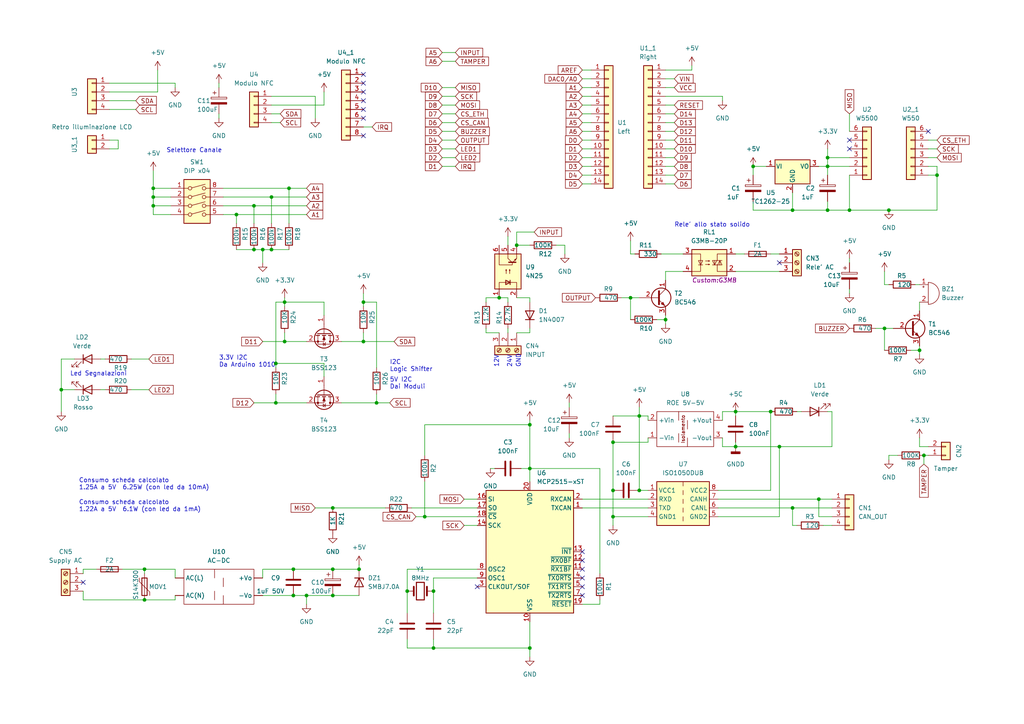
<source format=kicad_sch>
(kicad_sch (version 20230121) (generator eeschema)
  (paper "A4")
  (junction (at 109.22 116.84))
  (junction (at 78.74 57.15))
  (junction (at 177.8 149.86))
  (junction (at 96.52 165.1))
  (junction (at 125.73 171.45))
  (junction (at 144.78 86.36))
  (junction (at 153.67 187.96))
  (junction (at 68.58 62.23))
  (junction (at 246.38 60.96))
  (junction (at 177.8 128.27))
  (junction (at 223.52 119.38))
  (junction (at 240.03 48.26))
  (junction (at 104.14 165.1))
  (junction (at 78.74 72.39))
  (junction (at 80.01 105.41))
  (junction (at 229.87 60.96))
  (junction (at 240.03 60.96))
  (junction (at 193.04 92.71))
  (junction (at 96.52 172.72))
  (junction (at 237.49 144.78))
  (junction (at 44.45 54.61))
  (junction (at 153.67 135.89))
  (junction (at 125.73 187.96))
  (junction (at 85.09 165.1))
  (junction (at 41.91 173.99))
  (junction (at 229.87 147.32))
  (junction (at 17.78 113.03))
  (junction (at 240.03 45.72))
  (junction (at 185.42 142.24))
  (junction (at 123.19 149.86))
  (junction (at 73.66 72.39))
  (junction (at 82.55 87.63))
  (junction (at 96.52 147.32))
  (junction (at 88.9 172.72))
  (junction (at 80.01 116.84))
  (junction (at 73.66 59.69))
  (junction (at 44.45 59.69))
  (junction (at 105.41 87.63))
  (junction (at 182.88 86.36))
  (junction (at 41.91 165.1))
  (junction (at 271.78 50.8))
  (junction (at 44.45 57.15))
  (junction (at 213.36 129.54))
  (junction (at 185.42 120.65))
  (junction (at 118.11 171.45))
  (junction (at 218.44 48.26))
  (junction (at 177.8 142.24))
  (junction (at 76.2 72.39))
  (junction (at 226.06 129.54))
  (junction (at 149.86 71.12))
  (junction (at 85.09 172.72))
  (junction (at 82.55 99.06))
  (junction (at 256.54 95.25))
  (junction (at 213.36 119.38))
  (junction (at 257.81 60.96))
  (junction (at 266.7 101.6))
  (junction (at 267.97 132.08))
  (junction (at 153.67 123.19))
  (junction (at 83.82 54.61))
  (junction (at 105.41 99.06))
  (no_connect (at 269.24 38.1))
  (no_connect (at 226.06 76.2))
  (no_connect (at 138.43 170.18))
  (no_connect (at 24.13 168.91))
  (no_connect (at 105.41 21.59))
  (no_connect (at 105.41 26.67))
  (no_connect (at 105.41 24.13))
  (no_connect (at 105.41 29.21))
  (no_connect (at 105.41 31.75))
  (no_connect (at 105.41 39.37))
  (no_connect (at 105.41 34.29))
  (no_connect (at 168.91 172.72))
  (no_connect (at 168.91 165.1))
  (no_connect (at 168.91 162.56))
  (no_connect (at 168.91 160.02))
  (no_connect (at 168.91 170.18))
  (no_connect (at 168.91 167.64))
  (no_connect (at 246.38 43.18))
  (no_connect (at 246.38 40.64))
  (wire (pts (xy 240.03 58.42) (xy 240.03 60.96)))
  (wire (pts (xy 229.87 60.96) (xy 218.44 60.96)))
  (wire (pts (xy 193.04 30.48) (xy 195.58 30.48)))
  (wire (pts (xy 209.55 121.92) (xy 209.55 119.38)))
  (wire (pts (xy 128.27 30.48) (xy 132.08 30.48)))
  (wire (pts (xy 149.86 71.12) (xy 153.67 71.12)))
  (wire (pts (xy 73.66 72.39) (xy 76.2 72.39)))
  (wire (pts (xy 118.11 187.96) (xy 125.73 187.96)))
  (wire (pts (xy 76.2 165.1) (xy 76.2 167.64)))
  (wire (pts (xy 85.09 165.1) (xy 96.52 165.1)))
  (wire (pts (xy 193.04 35.56) (xy 195.58 35.56)))
  (wire (pts (xy 180.34 86.36) (xy 182.88 86.36)))
  (wire (pts (xy 267.97 132.08) (xy 267.97 134.62)))
  (wire (pts (xy 78.74 33.02) (xy 81.28 33.02)))
  (wire (pts (xy 229.87 60.96) (xy 229.87 55.88)))
  (wire (pts (xy 96.52 172.72) (xy 104.14 172.72)))
  (wire (pts (xy 128.27 35.56) (xy 132.08 35.56)))
  (wire (pts (xy 123.19 139.7) (xy 123.19 149.86)))
  (wire (pts (xy 266.7 129.54) (xy 269.24 129.54)))
  (wire (pts (xy 144.78 86.36) (xy 147.32 86.36)))
  (wire (pts (xy 34.29 43.18) (xy 31.75 43.18)))
  (wire (pts (xy 125.73 171.45) (xy 125.73 177.8)))
  (wire (pts (xy 218.44 50.8) (xy 218.44 48.26)))
  (wire (pts (xy 271.78 50.8) (xy 271.78 48.26)))
  (wire (pts (xy 266.7 127) (xy 266.7 129.54)))
  (wire (pts (xy 30.48 113.03) (xy 29.21 113.03)))
  (wire (pts (xy 99.06 116.84) (xy 109.22 116.84)))
  (wire (pts (xy 193.04 48.26) (xy 195.58 48.26)))
  (wire (pts (xy 240.03 43.18) (xy 240.03 45.72)))
  (wire (pts (xy 246.38 60.96) (xy 240.03 60.96)))
  (wire (pts (xy 187.96 128.27) (xy 187.96 127)))
  (wire (pts (xy 193.04 22.86) (xy 195.58 22.86)))
  (wire (pts (xy 128.27 25.4) (xy 132.08 25.4)))
  (wire (pts (xy 109.22 114.3) (xy 109.22 116.84)))
  (wire (pts (xy 125.73 187.96) (xy 153.67 187.96)))
  (wire (pts (xy 50.8 165.1) (xy 50.8 167.64)))
  (wire (pts (xy 128.27 40.64) (xy 132.08 40.64)))
  (wire (pts (xy 64.77 59.69) (xy 73.66 59.69)))
  (wire (pts (xy 256.54 95.25) (xy 256.54 101.6)))
  (wire (pts (xy 140.97 87.63) (xy 140.97 86.36)))
  (wire (pts (xy 119.38 147.32) (xy 138.43 147.32)))
  (wire (pts (xy 256.54 95.25) (xy 259.08 95.25)))
  (wire (pts (xy 151.13 135.89) (xy 153.67 135.89)))
  (wire (pts (xy 218.44 48.26) (xy 222.25 48.26)))
  (wire (pts (xy 193.04 25.4) (xy 195.58 25.4)))
  (wire (pts (xy 76.2 72.39) (xy 78.74 72.39)))
  (wire (pts (xy 82.55 99.06) (xy 88.9 99.06)))
  (wire (pts (xy 153.67 187.96) (xy 153.67 190.5)))
  (wire (pts (xy 168.91 30.48) (xy 171.45 30.48)))
  (wire (pts (xy 208.28 142.24) (xy 223.52 142.24)))
  (wire (pts (xy 161.29 71.12) (xy 163.83 71.12)))
  (wire (pts (xy 44.45 57.15) (xy 49.53 57.15)))
  (wire (pts (xy 73.66 59.69) (xy 88.9 59.69)))
  (wire (pts (xy 91.44 147.32) (xy 96.52 147.32)))
  (wire (pts (xy 78.74 30.48) (xy 93.98 30.48)))
  (wire (pts (xy 78.74 27.94) (xy 91.44 27.94)))
  (wire (pts (xy 153.67 123.19) (xy 123.19 123.19)))
  (wire (pts (xy 168.91 45.72) (xy 171.45 45.72)))
  (wire (pts (xy 257.81 60.96) (xy 271.78 60.96)))
  (wire (pts (xy 83.82 54.61) (xy 88.9 54.61)))
  (wire (pts (xy 241.3 129.54) (xy 241.3 119.38)))
  (wire (pts (xy 31.75 24.13) (xy 50.8 24.13)))
  (wire (pts (xy 64.77 62.23) (xy 68.58 62.23)))
  (wire (pts (xy 271.78 48.26) (xy 269.24 48.26)))
  (wire (pts (xy 193.04 91.44) (xy 193.04 92.71)))
  (wire (pts (xy 128.27 43.18) (xy 132.08 43.18)))
  (wire (pts (xy 41.91 165.1) (xy 50.8 165.1)))
  (wire (pts (xy 193.04 92.71) (xy 193.04 93.98)))
  (wire (pts (xy 173.99 135.89) (xy 173.99 166.37)))
  (wire (pts (xy 88.9 172.72) (xy 88.9 175.26)))
  (wire (pts (xy 17.78 113.03) (xy 17.78 119.38)))
  (wire (pts (xy 226.06 129.54) (xy 241.3 129.54)))
  (wire (pts (xy 68.58 62.23) (xy 88.9 62.23)))
  (wire (pts (xy 168.91 43.18) (xy 171.45 43.18)))
  (wire (pts (xy 27.94 165.1) (xy 24.13 165.1)))
  (wire (pts (xy 123.19 123.19) (xy 123.19 132.08)))
  (wire (pts (xy 264.16 101.6) (xy 266.7 101.6)))
  (wire (pts (xy 237.49 144.78) (xy 241.3 144.78)))
  (wire (pts (xy 38.1 104.14) (xy 43.18 104.14)))
  (wire (pts (xy 31.75 40.64) (xy 34.29 40.64)))
  (wire (pts (xy 118.11 185.42) (xy 118.11 187.96)))
  (wire (pts (xy 31.75 31.75) (xy 39.37 31.75)))
  (wire (pts (xy 246.38 33.02) (xy 246.38 38.1)))
  (wire (pts (xy 73.66 116.84) (xy 80.01 116.84)))
  (wire (pts (xy 80.01 116.84) (xy 88.9 116.84)))
  (wire (pts (xy 168.91 48.26) (xy 171.45 48.26)))
  (wire (pts (xy 35.56 165.1) (xy 41.91 165.1)))
  (wire (pts (xy 44.45 59.69) (xy 49.53 59.69)))
  (wire (pts (xy 93.98 109.22) (xy 93.98 105.41)))
  (wire (pts (xy 44.45 54.61) (xy 49.53 54.61)))
  (wire (pts (xy 105.41 99.06) (xy 114.3 99.06)))
  (wire (pts (xy 168.91 144.78) (xy 187.96 144.78)))
  (wire (pts (xy 45.72 26.67) (xy 45.72 20.32)))
  (wire (pts (xy 41.91 165.1) (xy 41.91 166.37)))
  (wire (pts (xy 193.04 43.18) (xy 195.58 43.18)))
  (wire (pts (xy 149.86 96.52) (xy 153.67 96.52)))
  (wire (pts (xy 149.86 86.36) (xy 153.67 86.36)))
  (wire (pts (xy 240.03 48.26) (xy 240.03 50.8)))
  (wire (pts (xy 168.91 27.94) (xy 171.45 27.94)))
  (wire (pts (xy 76.2 172.72) (xy 85.09 172.72)))
  (wire (pts (xy 138.43 167.64) (xy 125.73 167.64)))
  (wire (pts (xy 237.49 149.86) (xy 237.49 144.78)))
  (wire (pts (xy 193.04 20.32) (xy 200.66 20.32)))
  (wire (pts (xy 44.45 62.23) (xy 44.45 59.69)))
  (wire (pts (xy 99.06 99.06) (xy 105.41 99.06)))
  (wire (pts (xy 267.97 132.08) (xy 269.24 132.08)))
  (wire (pts (xy 168.91 40.64) (xy 171.45 40.64)))
  (wire (pts (xy 185.42 120.65) (xy 187.96 120.65)))
  (wire (pts (xy 193.04 27.94) (xy 209.55 27.94)))
  (wire (pts (xy 165.1 118.11) (xy 165.1 116.84)))
  (wire (pts (xy 128.27 17.78) (xy 132.08 17.78)))
  (wire (pts (xy 271.78 60.96) (xy 271.78 50.8)))
  (wire (pts (xy 50.8 173.99) (xy 50.8 172.72)))
  (wire (pts (xy 226.06 149.86) (xy 226.06 129.54)))
  (wire (pts (xy 269.24 43.18) (xy 271.78 43.18)))
  (wire (pts (xy 165.1 125.73) (xy 165.1 127)))
  (wire (pts (xy 44.45 49.53) (xy 44.45 54.61)))
  (wire (pts (xy 68.58 72.39) (xy 73.66 72.39)))
  (wire (pts (xy 153.67 123.19) (xy 153.67 135.89)))
  (wire (pts (xy 198.12 78.74) (xy 193.04 78.74)))
  (wire (pts (xy 78.74 57.15) (xy 78.74 64.77)))
  (wire (pts (xy 140.97 86.36) (xy 144.78 86.36)))
  (wire (pts (xy 80.01 114.3) (xy 80.01 116.84)))
  (wire (pts (xy 193.04 33.02) (xy 195.58 33.02)))
  (wire (pts (xy 24.13 173.99) (xy 41.91 173.99)))
  (wire (pts (xy 182.88 86.36) (xy 182.88 92.71)))
  (wire (pts (xy 200.66 20.32) (xy 200.66 19.05)))
  (wire (pts (xy 96.52 172.72) (xy 88.9 172.72)))
  (wire (pts (xy 246.38 50.8) (xy 246.38 60.96)))
  (wire (pts (xy 193.04 45.72) (xy 195.58 45.72)))
  (wire (pts (xy 34.29 40.64) (xy 34.29 43.18)))
  (wire (pts (xy 187.96 149.86) (xy 177.8 149.86)))
  (wire (pts (xy 38.1 113.03) (xy 43.18 113.03)))
  (wire (pts (xy 208.28 149.86) (xy 226.06 149.86)))
  (wire (pts (xy 209.55 129.54) (xy 213.36 129.54)))
  (wire (pts (xy 185.42 142.24) (xy 187.96 142.24)))
  (wire (pts (xy 177.8 120.65) (xy 185.42 120.65)))
  (wire (pts (xy 266.7 101.6) (xy 266.7 102.87)))
  (wire (pts (xy 238.76 152.4) (xy 241.3 152.4)))
  (wire (pts (xy 193.04 38.1) (xy 195.58 38.1)))
  (wire (pts (xy 149.86 67.31) (xy 149.86 71.12)))
  (wire (pts (xy 128.27 27.94) (xy 132.08 27.94)))
  (wire (pts (xy 266.7 100.33) (xy 266.7 101.6)))
  (wire (pts (xy 246.38 76.2) (xy 246.38 74.93)))
  (wire (pts (xy 269.24 45.72) (xy 271.78 45.72)))
  (wire (pts (xy 240.03 60.96) (xy 229.87 60.96)))
  (wire (pts (xy 128.27 48.26) (xy 132.08 48.26)))
  (wire (pts (xy 185.42 120.65) (xy 185.42 142.24)))
  (wire (pts (xy 266.7 87.63) (xy 266.7 90.17)))
  (wire (pts (xy 82.55 86.36) (xy 82.55 87.63)))
  (wire (pts (xy 265.43 82.55) (xy 266.7 82.55)))
  (wire (pts (xy 168.91 22.86) (xy 171.45 22.86)))
  (wire (pts (xy 269.24 50.8) (xy 271.78 50.8)))
  (wire (pts (xy 185.42 118.11) (xy 185.42 120.65)))
  (wire (pts (xy 82.55 87.63) (xy 80.01 87.63)))
  (wire (pts (xy 153.67 86.36) (xy 153.67 87.63)))
  (wire (pts (xy 96.52 165.1) (xy 104.14 165.1)))
  (wire (pts (xy 209.55 127) (xy 209.55 129.54)))
  (wire (pts (xy 246.38 60.96) (xy 257.81 60.96)))
  (wire (pts (xy 177.8 128.27) (xy 187.96 128.27)))
  (wire (pts (xy 153.67 96.52) (xy 153.67 95.25)))
  (wire (pts (xy 213.36 119.38) (xy 213.36 120.65)))
  (wire (pts (xy 21.59 104.14) (xy 17.78 104.14)))
  (wire (pts (xy 120.65 149.86) (xy 123.19 149.86)))
  (wire (pts (xy 41.91 173.99) (xy 50.8 173.99)))
  (wire (pts (xy 83.82 54.61) (xy 83.82 64.77)))
  (wire (pts (xy 256.54 82.55) (xy 256.54 78.74)))
  (wire (pts (xy 147.32 68.58) (xy 147.32 71.12)))
  (wire (pts (xy 240.03 48.26) (xy 246.38 48.26)))
  (wire (pts (xy 105.41 85.09) (xy 105.41 87.63)))
  (wire (pts (xy 123.19 149.86) (xy 138.43 149.86)))
  (wire (pts (xy 44.45 59.69) (xy 44.45 57.15)))
  (wire (pts (xy 173.99 175.26) (xy 173.99 173.99)))
  (wire (pts (xy 109.22 116.84) (xy 113.03 116.84)))
  (wire (pts (xy 246.38 45.72) (xy 240.03 45.72)))
  (wire (pts (xy 182.88 73.66) (xy 182.88 69.85)))
  (wire (pts (xy 73.66 59.69) (xy 73.66 64.77)))
  (wire (pts (xy 118.11 171.45) (xy 118.11 177.8)))
  (wire (pts (xy 153.67 180.34) (xy 153.67 187.96)))
  (wire (pts (xy 105.41 87.63) (xy 109.22 87.63)))
  (wire (pts (xy 76.2 72.39) (xy 76.2 76.2)))
  (wire (pts (xy 237.49 48.26) (xy 240.03 48.26)))
  (wire (pts (xy 93.98 91.44) (xy 93.98 87.63)))
  (wire (pts (xy 187.96 120.65) (xy 187.96 121.92)))
  (wire (pts (xy 168.91 53.34) (xy 171.45 53.34)))
  (wire (pts (xy 191.77 73.66) (xy 198.12 73.66)))
  (wire (pts (xy 82.55 87.63) (xy 82.55 88.9)))
  (wire (pts (xy 125.73 167.64) (xy 125.73 171.45)))
  (wire (pts (xy 17.78 104.14) (xy 17.78 113.03)))
  (wire (pts (xy 223.52 142.24) (xy 223.52 119.38)))
  (wire (pts (xy 177.8 149.86) (xy 177.8 142.24)))
  (wire (pts (xy 153.67 135.89) (xy 173.99 135.89)))
  (wire (pts (xy 49.53 62.23) (xy 44.45 62.23)))
  (wire (pts (xy 246.38 83.82) (xy 246.38 85.09)))
  (wire (pts (xy 241.3 149.86) (xy 237.49 149.86)))
  (wire (pts (xy 229.87 152.4) (xy 229.87 147.32)))
  (wire (pts (xy 44.45 57.15) (xy 44.45 54.61)))
  (wire (pts (xy 128.27 33.02) (xy 132.08 33.02)))
  (wire (pts (xy 193.04 50.8) (xy 195.58 50.8)))
  (wire (pts (xy 213.36 78.74) (xy 226.06 78.74)))
  (wire (pts (xy 223.52 73.66) (xy 226.06 73.66)))
  (wire (pts (xy 168.91 38.1) (xy 171.45 38.1)))
  (wire (pts (xy 64.77 57.15) (xy 78.74 57.15)))
  (wire (pts (xy 85.09 165.1) (xy 76.2 165.1)))
  (wire (pts (xy 140.97 96.52) (xy 144.78 96.52)))
  (wire (pts (xy 21.59 113.03) (xy 17.78 113.03)))
  (wire (pts (xy 63.5 25.4) (xy 63.5 24.13)))
  (wire (pts (xy 50.8 24.13) (xy 50.8 25.4)))
  (wire (pts (xy 31.75 26.67) (xy 45.72 26.67)))
  (wire (pts (xy 163.83 71.12) (xy 163.83 73.66)))
  (wire (pts (xy 153.67 121.92) (xy 153.67 123.19)))
  (wire (pts (xy 226.06 129.54) (xy 213.36 129.54)))
  (wire (pts (xy 193.04 53.34) (xy 195.58 53.34)))
  (wire (pts (xy 177.8 142.24) (xy 177.8 128.27)))
  (wire (pts (xy 168.91 50.8) (xy 171.45 50.8)))
  (wire (pts (xy 254 95.25) (xy 256.54 95.25)))
  (wire (pts (xy 78.74 35.56) (xy 81.28 35.56)))
  (wire (pts (xy 24.13 165.1) (xy 24.13 166.37)))
  (wire (pts (xy 184.15 73.66) (xy 182.88 73.66)))
  (wire (pts (xy 154.94 67.31) (xy 149.86 67.31)))
  (wire (pts (xy 241.3 119.38) (xy 240.03 119.38)))
  (wire (pts (xy 208.28 147.32) (xy 229.87 147.32)))
  (wire (pts (xy 68.58 62.23) (xy 68.58 64.77)))
  (wire (pts (xy 91.44 27.94) (xy 91.44 34.29)))
  (wire (pts (xy 213.36 129.54) (xy 213.36 128.27)))
  (wire (pts (xy 168.91 20.32) (xy 171.45 20.32)))
  (wire (pts (xy 231.14 119.38) (xy 232.41 119.38)))
  (wire (pts (xy 168.91 25.4) (xy 171.45 25.4)))
  (wire (pts (xy 76.2 99.06) (xy 82.55 99.06)))
  (wire (pts (xy 63.5 33.02) (xy 63.5 34.29)))
  (wire (pts (xy 257.81 82.55) (xy 256.54 82.55)))
  (wire (pts (xy 128.27 38.1) (xy 132.08 38.1)))
  (wire (pts (xy 182.88 86.36) (xy 185.42 86.36)))
  (wire (pts (xy 229.87 147.32) (xy 241.3 147.32)))
  (wire (pts (xy 31.75 29.21) (xy 39.37 29.21)))
  (wire (pts (xy 269.24 40.64) (xy 271.78 40.64)))
  (wire (pts (xy 96.52 147.32) (xy 111.76 147.32)))
  (wire (pts (xy 147.32 95.25) (xy 147.32 96.52)))
  (wire (pts (xy 190.5 92.71) (xy 193.04 92.71)))
  (wire (pts (xy 118.11 165.1) (xy 118.11 171.45)))
  (wire (pts (xy 213.36 73.66) (xy 215.9 73.66)))
  (wire (pts (xy 85.09 172.72) (xy 88.9 172.72)))
  (wire (pts (xy 104.14 165.1) (xy 104.14 163.83)))
  (wire (pts (xy 240.03 45.72) (xy 240.03 48.26)))
  (wire (pts (xy 24.13 171.45) (xy 24.13 173.99)))
  (wire (pts (xy 105.41 87.63) (xy 105.41 88.9)))
  (wire (pts (xy 128.27 45.72) (xy 132.08 45.72)))
  (wire (pts (xy 142.24 135.89) (xy 143.51 135.89)))
  (wire (pts (xy 209.55 27.94) (xy 209.55 29.21)))
  (wire (pts (xy 213.36 119.38) (xy 223.52 119.38)))
  (wire (pts (xy 209.55 119.38) (xy 213.36 119.38)))
  (wire (pts (xy 168.91 147.32) (xy 187.96 147.32)))
  (wire (pts (xy 105.41 36.83) (xy 107.95 36.83)))
  (wire (pts (xy 134.62 152.4) (xy 138.43 152.4)))
  (wire (pts (xy 168.91 35.56) (xy 171.45 35.56)))
  (wire (pts (xy 128.27 15.24) (xy 132.08 15.24)))
  (wire (pts (xy 125.73 185.42) (xy 125.73 187.96)))
  (wire (pts (xy 231.14 152.4) (xy 229.87 152.4)))
  (wire (pts (xy 218.44 60.96) (xy 218.44 58.42)))
  (wire (pts (xy 105.41 96.52) (xy 105.41 99.06)))
  (wire (pts (xy 177.8 149.86) (xy 177.8 152.4)))
  (wire (pts (xy 78.74 72.39) (xy 83.82 72.39)))
  (wire (pts (xy 93.98 26.67) (xy 93.98 30.48)))
  (wire (pts (xy 153.67 139.7) (xy 153.67 135.89)))
  (wire (pts (xy 93.98 87.63) (xy 82.55 87.63)))
  (wire (pts (xy 193.04 40.64) (xy 195.58 40.64)))
  (wire (pts (xy 140.97 95.25) (xy 140.97 96.52)))
  (wire (pts (xy 193.04 78.74) (xy 193.04 81.28)))
  (wire (pts (xy 80.01 87.63) (xy 80.01 105.41)))
  (wire (pts (xy 138.43 165.1) (xy 118.11 165.1)))
  (wire (pts (xy 147.32 86.36) (xy 147.32 87.63)))
  (wire (pts (xy 134.62 144.78) (xy 138.43 144.78)))
  (wire (pts (xy 82.55 96.52) (xy 82.55 99.06)))
  (wire (pts (xy 30.48 104.14) (xy 29.21 104.14)))
  (wire (pts (xy 260.35 132.08) (xy 257.81 132.08)))
  (wire (pts (xy 208.28 144.78) (xy 237.49 144.78)))
  (wire (pts (xy 257.81 132.08) (xy 257.81 133.35)))
  (wire (pts (xy 78.74 57.15) (xy 88.9 57.15)))
  (wire (pts (xy 80.01 105.41) (xy 80.01 106.68)))
  (wire (pts (xy 93.98 105.41) (xy 80.01 105.41)))
  (wire (pts (xy 64.77 54.61) (xy 83.82 54.61)))
  (wire (pts (xy 168.91 33.02) (xy 171.45 33.02)))
  (wire (pts (xy 168.91 175.26) (xy 173.99 175.26)))
  (wire (pts (xy 109.22 87.63) (xy 109.22 106.68)))
  (text "Rele' allo stato solido" (at 195.58 66.04 0) (effects (font (size 1.27 1.27)) (justify left bottom)))
  (text "5V I2C\nDai Moduli" (at 113.03 113.03 0) (effects (font (size 1.27 1.27)) (justify left bottom)))
  (text "Selettore Canale" (at 48.26 44.45 0) (effects (font (size 1.27 1.27)) (justify left bottom)))
  (text "Led Segnalazioni" (at 20.32 109.22 0) (effects (font (size 1.27 1.27)) (justify left bottom)))
  (text "Consumo scheda calcolato\n1.25A a 5V  6.25W (con led da 10mA)" (at 22.86 142.24 0) (effects (font (size 1.27 1.27)) (justify left bottom)))
  (text "24V" (at 148.59 106.68 90) (effects (font (size 1.27 1.27)) (justify left bottom)))
  (text "12V" (at 144.78 106.68 90) (effects (font (size 1.27 1.27)) (justify left bottom)))
  (text "I2C\nLogic Shifter" (at 113.03 107.95 0) (effects (font (size 1.27 1.27)) (justify left bottom)))
  (text "3.3V I2C\nDa Arduino 1010" (at 63.5 106.68 0) (effects (font (size 1.27 1.27)) (justify left bottom)))
  (text "GND" (at 151.13 106.68 90) (effects (font (size 1.27 1.27)) (justify left bottom)))
  (text "Consumo scheda calcolato\n1.22A a 5V  6.1W (con led da 1mA)" (at 22.86 148.59 0) (effects (font (size 1.27 1.27)) (justify left bottom)))
  (global_label "LED2" (shape input) (at 132.08 45.72 0) (property "Intersheetrefs" "${INTERSHEET_REFS}" (effects hide)))
  (global_label "CS_ETH" (shape input) (at 132.08 33.02 0) (property "Intersheetrefs" "${INTERSHEET_REFS}" (effects hide)))
  (global_label "D3" (shape input) (at 128.27 43.18 180) (property "Intersheetrefs" "${INTERSHEET_REFS}" (effects hide)))
  (global_label "VIN" (shape input) (at 195.58 22.86 0) (property "Intersheetrefs" "${INTERSHEET_REFS}" (effects hide)))
  (global_label "D9" (shape input) (at 128.27 27.94 180) (property "Intersheetrefs" "${INTERSHEET_REFS}" (effects hide)))
  (global_label "IRQ" (shape input) (at 107.95 36.83 0) (property "Intersheetrefs" "${INTERSHEET_REFS}" (effects hide)))
  (global_label "MOSI" (shape input) (at 271.78 45.72 0) (property "Intersheetrefs" "${INTERSHEET_REFS}" (effects hide)))
  (global_label "LED1" (shape input) (at 132.08 43.18 0) (property "Intersheetrefs" "${INTERSHEET_REFS}" (effects hide)))
  (global_label "AREF" (shape input) (at 168.91 20.32 180) (property "Intersheetrefs" "${INTERSHEET_REFS}" (effects hide)))
  (global_label "D2" (shape input) (at 168.91 45.72 180) (property "Intersheetrefs" "${INTERSHEET_REFS}" (effects hide)))
  (global_label "D2" (shape input) (at 128.27 45.72 180) (property "Intersheetrefs" "${INTERSHEET_REFS}" (effects hide)))
  (global_label "D9" (shape input) (at 195.58 45.72 0) (property "Intersheetrefs" "${INTERSHEET_REFS}" (effects hide)))
  (global_label "SCL" (shape input) (at 113.03 116.84 0) (property "Intersheetrefs" "${INTERSHEET_REFS}" (effects hide)))
  (global_label "LED1" (shape input) (at 43.18 104.14 0) (property "Intersheetrefs" "${INTERSHEET_REFS}" (effects hide)))
  (global_label "D11" (shape input) (at 195.58 40.64 0) (property "Intersheetrefs" "${INTERSHEET_REFS}" (effects hide)))
  (global_label "CS_CAN" (shape input) (at 120.65 149.86 180) (property "Intersheetrefs" "${INTERSHEET_REFS}" (effects hide)))
  (global_label "BUZZER" (shape input) (at 132.08 38.1 0) (property "Intersheetrefs" "${INTERSHEET_REFS}" (effects hide)))
  (global_label "MOSI" (shape input) (at 134.62 144.78 180) (property "Intersheetrefs" "${INTERSHEET_REFS}" (effects hide)))
  (global_label "D6" (shape input) (at 128.27 35.56 180) (property "Intersheetrefs" "${INTERSHEET_REFS}" (effects hide)))
  (global_label "A2" (shape input) (at 88.9 59.69 0) (property "Intersheetrefs" "${INTERSHEET_REFS}" (effects hide)))
  (global_label "SDA" (shape input) (at 39.37 29.21 0) (property "Intersheetrefs" "${INTERSHEET_REFS}" (effects hide)))
  (global_label "SDA" (shape input) (at 114.3 99.06 0) (property "Intersheetrefs" "${INTERSHEET_REFS}" (effects hide)))
  (global_label "A4" (shape input) (at 88.9 54.61 0) (property "Intersheetrefs" "${INTERSHEET_REFS}" (effects hide)))
  (global_label "D1" (shape input) (at 168.91 43.18 180) (property "Intersheetrefs" "${INTERSHEET_REFS}" (effects hide)))
  (global_label "D8" (shape input) (at 195.58 48.26 0) (property "Intersheetrefs" "${INTERSHEET_REFS}" (effects hide)))
  (global_label "TAMPER" (shape input) (at 132.08 17.78 0) (property "Intersheetrefs" "${INTERSHEET_REFS}" (effects hide)))
  (global_label "A3" (shape input) (at 168.91 30.48 180) (property "Intersheetrefs" "${INTERSHEET_REFS}" (effects hide)))
  (global_label "D4" (shape input) (at 128.27 40.64 180) (property "Intersheetrefs" "${INTERSHEET_REFS}" (effects hide)))
  (global_label "D12" (shape input) (at 195.58 38.1 0) (property "Intersheetrefs" "${INTERSHEET_REFS}" (effects hide)))
  (global_label "D14" (shape input) (at 195.58 33.02 0) (property "Intersheetrefs" "${INTERSHEET_REFS}" (effects hide)))
  (global_label "LED2" (shape input) (at 43.18 113.03 0) (property "Intersheetrefs" "${INTERSHEET_REFS}" (effects hide)))
  (global_label "MOSI" (shape input) (at 132.08 30.48 0) (property "Intersheetrefs" "${INTERSHEET_REFS}" (effects hide)))
  (global_label "BUZZER" (shape input) (at 246.38 95.25 180) (property "Intersheetrefs" "${INTERSHEET_REFS}" (effects hide)))
  (global_label "CS_ETH" (shape input) (at 271.78 40.64 0) (property "Intersheetrefs" "${INTERSHEET_REFS}" (effects hide)))
  (global_label "D5" (shape input) (at 128.27 38.1 180) (property "Intersheetrefs" "${INTERSHEET_REFS}" (effects hide)))
  (global_label "DAC0{slash}A0" (shape input) (at 168.91 22.86 180) (property "Intersheetrefs" "${INTERSHEET_REFS}" (effects hide)))
  (global_label "SCL" (shape input) (at 81.28 35.56 0) (property "Intersheetrefs" "${INTERSHEET_REFS}" (effects hide)))
  (global_label "D1" (shape input) (at 128.27 48.26 180) (property "Intersheetrefs" "${INTERSHEET_REFS}" (effects hide)))
  (global_label "MISO" (shape input) (at 91.44 147.32 180) (property "Intersheetrefs" "${INTERSHEET_REFS}" (effects hide)))
  (global_label "D12" (shape input) (at 73.66 116.84 180) (property "Intersheetrefs" "${INTERSHEET_REFS}" (effects hide)))
  (global_label "D4" (shape input) (at 168.91 50.8 180) (property "Intersheetrefs" "${INTERSHEET_REFS}" (effects hide)))
  (global_label "VCC" (shape input) (at 195.58 25.4 0) (property "Intersheetrefs" "${INTERSHEET_REFS}" (effects hide)))
  (global_label "D5" (shape input) (at 168.91 53.34 180) (property "Intersheetrefs" "${INTERSHEET_REFS}" (effects hide)))
  (global_label "SDA" (shape input) (at 81.28 33.02 0) (property "Intersheetrefs" "${INTERSHEET_REFS}" (effects hide)))
  (global_label "D10" (shape input) (at 128.27 25.4 180) (property "Intersheetrefs" "${INTERSHEET_REFS}" (effects hide)))
  (global_label "A1" (shape input) (at 88.9 62.23 0) (property "Intersheetrefs" "${INTERSHEET_REFS}" (effects hide)))
  (global_label "A6" (shape input) (at 168.91 38.1 180) (property "Intersheetrefs" "${INTERSHEET_REFS}" (effects hide)))
  (global_label "SCL" (shape input) (at 39.37 31.75 0) (property "Intersheetrefs" "${INTERSHEET_REFS}" (effects hide)))
  (global_label "D6" (shape input) (at 195.58 53.34 0) (property "Intersheetrefs" "${INTERSHEET_REFS}" (effects hide)))
  (global_label "SCK" (shape input) (at 132.08 27.94 0) (property "Intersheetrefs" "${INTERSHEET_REFS}" (effects hide)))
  (global_label "D7" (shape input) (at 195.58 50.8 0) (property "Intersheetrefs" "${INTERSHEET_REFS}" (effects hide)))
  (global_label "D3" (shape input) (at 168.91 48.26 180) (property "Intersheetrefs" "${INTERSHEET_REFS}" (effects hide)))
  (global_label "IRQ" (shape input) (at 132.08 48.26 0) (property "Intersheetrefs" "${INTERSHEET_REFS}" (effects hide)))
  (global_label "A4" (shape input) (at 168.91 33.02 180) (property "Intersheetrefs" "${INTERSHEET_REFS}" (effects hide)))
  (global_label "D10" (shape input) (at 195.58 43.18 0) (property "Intersheetrefs" "${INTERSHEET_REFS}" (effects hide)))
  (global_label "A5" (shape input) (at 128.27 15.24 180) (property "Intersheetrefs" "${INTERSHEET_REFS}" (effects hide)))
  (global_label "D7" (shape input) (at 128.27 33.02 180) (property "Intersheetrefs" "${INTERSHEET_REFS}" (effects hide)))
  (global_label "MISO" (shape input) (at 132.08 25.4 0) (property "Intersheetrefs" "${INTERSHEET_REFS}" (effects hide)))
  (global_label "D13" (shape input) (at 195.58 35.56 0) (property "Intersheetrefs" "${INTERSHEET_REFS}" (effects hide)))
  (global_label "RESET" (shape input) (at 195.58 30.48 0) (property "Intersheetrefs" "${INTERSHEET_REFS}" (effects hide)))
  (global_label "A1" (shape input) (at 168.91 25.4 180) (property "Intersheetrefs" "${INTERSHEET_REFS}" (effects hide)))
  (global_label "D11" (shape input) (at 76.2 99.06 180) (property "Intersheetrefs" "${INTERSHEET_REFS}" (effects hide)))
  (global_label "OUTPUT" (shape input) (at 132.08 40.64 0) (property "Intersheetrefs" "${INTERSHEET_REFS}" (effects hide)))
  (global_label "SCK" (shape input) (at 271.78 43.18 0) (property "Intersheetrefs" "${INTERSHEET_REFS}" (effects hide)))
  (global_label "D8" (shape input) (at 128.27 30.48 180) (property "Intersheetrefs" "${INTERSHEET_REFS}" (effects hide)))
  (global_label "OUTPUT" (shape input) (at 172.72 86.36 180) (property "Intersheetrefs" "${INTERSHEET_REFS}" (effects hide)))
  (global_label "INPUT" (shape input) (at 132.08 15.24 0) (property "Intersheetrefs" "${INTERSHEET_REFS}" (effects hide)))
  (global_label "A6" (shape input) (at 128.27 17.78 180) (property "Intersheetrefs" "${INTERSHEET_REFS}" (effects hide)))
  (global_label "INPUT" (shape input) (at 154.94 67.31 0) (property "Intersheetrefs" "${INTERSHEET_REFS}" (effects hide)))
  (global_label "A2" (shape input) (at 168.91 27.94 180) (property "Intersheetrefs" "${INTERSHEET_REFS}" (effects hide)))
  (global_label "A3" (shape input) (at 88.9 57.15 0) (property "Intersheetrefs" "${INTERSHEET_REFS}" (effects hide)))
  (global_label "SCK" (shape input) (at 134.62 152.4 180) (property "Intersheetrefs" "${INTERSHEET_REFS}" (effects hide)))
  (global_label "MISO" (shape input) (at 246.38 33.02 90) (property "Intersheetrefs" "${INTERSHEET_REFS}" (effects hide)))
  (global_label "A5" (shape input) (at 168.91 35.56 180) (property "Intersheetrefs" "${INTERSHEET_REFS}" (effects hide)))
  (global_label "CS_CAN" (shape input) (at 132.08 35.56 0) (property "Intersheetrefs" "${INTERSHEET_REFS}" (effects hide)))
  (global_label "TAMPER" (shape input) (at 267.97 134.62 270) (property "Intersheetrefs" "${INTERSHEET_REFS}" (effects hide)))
  (global_label "D0" (shape input) (at 168.91 40.64 180) (property "Intersheetrefs" "${INTERSHEET_REFS}" (effects hide)))
  (symbol (lib_id "Device:R") (at 82.55 92.71 0) (unit 1)
    (property "Reference" "R24" (at 85.09 93.98 90) (effects (justify left)))
    (property "Value" "10K" (at 82.55 93.98 90) (effects (justify left)))
    (property "Footprint" "Resistor_THT:R_Axial_DIN0207_L6.3mm_D2.5mm_P7.62mm_Horizontal" (effects hide))
  )
  (symbol (lib_id "power:+5V") (at 185.42 118.11 0) (unit 1)
    (property "Reference" "#PWR0125" (effects hide))
    (property "Value" "+5V" (at 185.42 113.03 0))
  )
  (symbol (lib_id "Interface_CAN_LIN:MCP2515-xST") (at 153.67 160.02 0) (unit 1)
    (property "Reference" "U6" (at 155.6894 137.16 0) (effects (justify left)))
    (property "Value" "MCP2515-xST" (at 155.6894 139.7 0) (effects (justify left)))
    (property "Footprint" "Package_SO:TSSOP-20_4.4x6.5mm_P0.65mm" (effects hide))
    (property "Datasheet" "http://ww1.microchip.com/downloads/en/DeviceDoc/21801e.pdf" (effects hide))
  )
  (symbol (lib_id "Device:R") (at 68.58 68.58 0) (unit 1)
    (property "Reference" "R15" (at 71.12 69.85 90) (effects (justify left)))
    (property "Value" "100k" (at 68.58 71.12 90) (effects (justify left)))
    (property "Footprint" "Resistor_THT:R_Axial_DIN0207_L6.3mm_D2.5mm_P2.54mm_Vertical" (effects hide))
  )
  (symbol (lib_id "power:+3.3V") (at 266.7 127 0) (unit 1)
    (property "Reference" "#PWR06" (effects hide))
    (property "Value" "+3.3V" (at 266.7 121.92 0))
  )
  (symbol (lib_id "Device:R") (at 173.99 170.18 0) (unit 1)
    (property "Reference" "R1" (at 176.53 171.45 90) (effects (justify left)))
    (property "Value" "100k" (at 173.99 172.72 90) (effects (justify left)))
    (property "Footprint" "Resistor_THT:R_Axial_DIN0207_L6.3mm_D2.5mm_P7.62mm_Horizontal" (effects hide))
  )
  (symbol (lib_id "Device:LED") (at 25.4 113.03 0) (mirror x) (unit 1)
    (property "Reference" "LD3" (at 24.13 115.57 0))
    (property "Value" "Rosso" (at 24.13 118.11 0))
    (property "Footprint" "LED_THT:LED_D3.0mm" (effects hide))
  )
  (symbol (lib_id "Device:Polyfuse") (at 41.91 170.18 0) (unit 1)
    (property "Reference" "MOV1" (at 43.18 170.18 0) (effects (justify left)))
    (property "Value" "S14K300" (at 39.37 173.99 90) (effects (justify left)))
    (property "Footprint" "Capacitor_THT:C_Disc_D7.5mm_W4.4mm_P5.00mm" (effects hide))
  )
  (symbol (lib_id "Connector_Generic:Conn_01x06") (at 264.16 45.72 180) (unit 1)
    (property "Reference" "U2_1" (at 264.16 31.75 0))
    (property "Value" "W550" (at 264.16 34.29 0))
    (property "Footprint" "Connector_PinHeader_2.54mm:PinHeader_1x06_P2.54mm_Vertical" (effects hide))
  )
  (symbol (lib_id "power:+5V") (at 63.5 24.13 0) (unit 1)
    (property "Reference" "#PWR0114" (effects hide))
    (property "Value" "+5V" (at 63.5 19.05 0))
  )
  (symbol (lib_id "power:+5V") (at 105.41 85.09 0) (unit 1)
    (property "Reference" "#PWR05" (effects hide))
    (property "Value" "+5V" (at 105.41 80.01 0))
  )
  (symbol (lib_id "Device:R") (at 260.35 101.6 270) (unit 1)
    (property "Reference" "R7" (at 259.08 104.14 90) (effects (justify left)))
    (property "Value" "100K" (at 257.81 101.6 90) (effects (justify left)))
    (property "Footprint" "Resistor_THT:R_Axial_DIN0207_L6.3mm_D2.5mm_P7.62mm_Horizontal" (effects hide))
  )
  (symbol (lib_id "Device:C_Polarized") (at 240.03 54.61 0) (unit 1)
    (property "Reference" "C2" (at 233.68 54.61 0) (effects (justify left)))
    (property "Value" "1uF" (at 232.41 57.15 0) (effects (justify left)))
    (property "Footprint" "Capacitor_THT:CP_Radial_D4.0mm_P2.00mm" (effects hide))
  )
  (symbol (lib_id "power:+5V") (at 182.88 69.85 0) (unit 1)
    (property "Reference" "#PWR0112" (effects hide))
    (property "Value" "+5V" (at 182.88 64.77 0))
  )
  (symbol (lib_id "power:+5V") (at 45.72 20.32 0) (unit 1)
    (property "Reference" "#PWR0113" (effects hide))
    (property "Value" "+5V" (at 45.72 15.24 0))
  )
  (symbol (lib_id "Interface_CAN_LIN:ISO1050DUB") (at 198.12 144.78 0) (unit 1)
    (property "Reference" "U7" (at 198.12 134.62 0))
    (property "Value" "ISO1050DUB" (at 198.12 137.16 0))
    (property "Footprint" "Package_SO:SOP-8_6.62x9.15mm_P2.54mm" (effects hide))
    (property "Datasheet" "http://www.ti.com/lit/ds/symlink/iso1050.pdf" (effects hide))
  )
  (symbol (lib_id "power:+5V") (at 93.98 26.67 0) (unit 1)
    (property "Reference" "#PWR0117" (effects hide))
    (property "Value" "+5V" (at 93.98 21.59 0))
  )
  (symbol (lib_id "Connector:Screw_Terminal_01x03") (at 147.32 101.6 270) (unit 1)
    (property "Reference" "CN4" (at 152.4 100.3299 90) (effects (justify left)))
    (property "Value" "INPUT" (at 152.4 102.8699 90) (effects (justify left)))
    (property "Footprint" "TerminalBlock:TerminalBlock_bornier-3_P5.08mm" (effects hide))
  )
  (symbol (lib_id "power:GND") (at 165.1 127 0) (unit 1)
    (property "Reference" "#PWR0129" (effects hide))
    (property "Value" "GND" (at 165.1 132.08 0))
  )
  (symbol (lib_id "Isolator:4N25") (at 147.32 78.74 90) (unit 1)
    (property "Reference" "U9" (at 152.4 77.4699 90) (effects (justify right)))
    (property "Value" "4N25" (at 152.4 80.0099 90) (effects (justify right)))
    (property "Footprint" "Package_DIP:DIP-6_W7.62mm" (effects hide))
    (property "Datasheet" "https://www.vishay.com/docs/83725/4n25.pdf" (effects hide))
  )
  (symbol (lib_id "Device:C") (at 181.61 142.24 90) (unit 1)
    (property "Reference" "C6" (at 181.61 134.62 90))
    (property "Value" "100nF" (at 181.61 137.16 90))
    (property "Footprint" "Capacitor_THT:C_Disc_D4.7mm_W2.5mm_P5.00mm" (effects hide))
  )
  (symbol (lib_id "power:GND") (at 257.81 60.96 0) (unit 1)
    (property "Reference" "#PWR0102" (effects hide))
    (property "Value" "GND" (at 257.81 66.04 0))
  )
  (symbol (lib_id "Device:D_Zener") (at 104.14 168.91 270) (unit 1)
    (property "Reference" "DZ1" (at 106.68 167.6399 90) (effects (justify left)))
    (property "Value" "SMBJ7.0A" (at 106.68 170.1799 90) (effects (justify left)))
    (property "Footprint" "Diode_SMD:D_SMB-SMC_Universal_Handsoldering" (effects hide))
  )
  (symbol (lib_id "power:+3.3V") (at 147.32 68.58 0) (unit 1)
    (property "Reference" "#PWR02" (effects hide))
    (property "Value" "+3.3V" (at 147.32 63.5 0))
  )
  (symbol (lib_id "Connector:Screw_Terminal_01x03") (at 19.05 168.91 0) (mirror y) (unit 1)
    (property "Reference" "CN5" (at 19.05 160.02 0))
    (property "Value" "Supply AC" (at 19.05 162.56 0))
    (property "Footprint" "TerminalBlock:TerminalBlock_bornier-3_P5.08mm" (effects hide))
  )
  (symbol (lib_id "Transistor_BJT:BC546") (at 264.16 95.25 0) (unit 1)
    (property "Reference" "T1" (at 269.24 93.9799 0) (effects (justify left)))
    (property "Value" "BC546" (at 269.24 96.5199 0) (effects (justify left)))
    (property "Footprint" "Package_TO_SOT_THT:TO-92_Inline" (effects hide))
    (property "Datasheet" "https://www.onsemi.com/pub/Collateral/BC550-D.pdf" (effects hide))
  )
  (symbol (lib_id "power:GND") (at 96.52 154.94 0) (unit 1)
    (property "Reference" "#PWR01" (effects hide))
    (property "Value" "GND" (at 96.52 160.02 0))
  )
  (symbol (lib_id "Device:R") (at 34.29 104.14 270) (unit 1)
    (property "Reference" "R19" (at 33.02 106.68 90) (effects (justify left)))
    (property "Value" "470" (at 31.75 104.14 90) (effects (justify left)))
    (property "Footprint" "Resistor_THT:R_Axial_DIN0207_L6.3mm_D2.5mm_P7.62mm_Horizontal" (effects hide))
  )
  (symbol (lib_id "Switch:SW_DIP_x04") (at 57.15 59.69 0) (unit 1)
    (property "Reference" "SW1" (at 57.15 46.99 0))
    (property "Value" "DIP x04" (at 57.15 49.53 0))
    (property "Footprint" "Package_DIP:DIP-8_W7.62mm_Socket" (effects hide))
  )
  (symbol (lib_id "Device:R") (at 123.19 135.89 0) (unit 1)
    (property "Reference" "R2" (at 125.73 137.16 90) (effects (justify left)))
    (property "Value" "100k" (at 123.19 138.43 90) (effects (justify left)))
    (property "Footprint" "Resistor_THT:R_Axial_DIN0207_L6.3mm_D2.5mm_P2.54mm_Vertical" (effects hide))
  )
  (symbol (lib_id "Connector_Generic:Conn_01x02") (at 274.32 132.08 0) (mirror x) (unit 1)
    (property "Reference" "CN2" (at 278.13 130.81 90))
    (property "Value" "Tamper" (at 274.32 135.89 0))
    (property "Footprint" "TerminalBlock:TerminalBlock_bornier-2_P5.08mm" (effects hide))
  )
  (symbol (lib_id "Connector_Generic:Conn_01x04") (at 73.66 30.48 0) (mirror y) (unit 1)
    (property "Reference" "U4" (at 73.66 21.59 0))
    (property "Value" "Modulo NFC" (at 73.66 24.13 0))
    (property "Footprint" "Connector_PinHeader_2.54mm:PinHeader_1x04_P2.54mm_Vertical" (effects hide))
  )
  (symbol (lib_id "power:GND") (at 88.9 175.26 0) (unit 1)
    (property "Reference" "#PWR0133" (effects hide))
    (property "Value" "GND" (at 88.9 180.34 0))
  )
  (symbol (lib_id "power:GND") (at 193.04 93.98 0) (unit 1)
    (property "Reference" "#PWR0108" (effects hide))
    (property "Value" "GND" (at 193.04 99.06 0))
  )
  (symbol (lib_id "Device:R") (at 109.22 110.49 0) (unit 1)
    (property "Reference" "R26" (at 111.76 111.76 90) (effects (justify left)))
    (property "Value" "10K" (at 109.22 111.76 90) (effects (justify left)))
    (property "Footprint" "Resistor_THT:R_Axial_DIN0207_L6.3mm_D2.5mm_P7.62mm_Horizontal" (effects hide))
  )
  (symbol (lib_id "Device:R") (at 186.69 92.71 270) (unit 1)
    (property "Reference" "R10" (at 185.42 95.25 90) (effects (justify left)))
    (property "Value" "100K" (at 184.15 92.71 90) (effects (justify left)))
    (property "Footprint" "Resistor_THT:R_Axial_DIN0207_L6.3mm_D2.5mm_P7.62mm_Horizontal" (effects hide))
  )
  (symbol (lib_id "power:GNDD") (at 213.36 129.54 0) (unit 1)
    (property "Reference" "#PWR0107" (effects hide))
    (property "Value" "GNDD" (at 213.36 134.62 0))
  )
  (symbol (lib_id "Device:C") (at 85.09 168.91 0) (mirror x) (unit 1)
    (property "Reference" "C9" (at 81.28 167.6399 0) (effects (justify right)))
    (property "Value" "1uF 50V" (at 82.55 171.45 0) (effects (justify right)))
    (property "Footprint" "Capacitor_THT:C_Disc_D7.0mm_W2.5mm_P5.00mm" (effects hide))
  )
  (symbol (lib_id "Regulator_Linear:TC1262-25") (at 229.87 48.26 0) (unit 1)
    (property "Reference" "U5" (at 223.52 55.88 0))
    (property "Value" "TC1262-25" (at 223.52 58.42 0))
    (property "Footprint" "Package_TO_SOT_SMD:SOT-223-3_TabPin2" (effects hide))
    (property "Datasheet" "http://ww1.microchip.com/downloads/en/DeviceDoc/21373C.pdf" (effects hide))
  )
  (symbol (lib_id "Connector:Screw_Terminal_01x03") (at 231.14 76.2 0) (unit 1)
    (property "Reference" "CN3" (at 233.68 74.9299 0) (effects (justify left)))
    (property "Value" "Rele' AC" (at 233.68 77.4699 0) (effects (justify left)))
    (property "Footprint" "TerminalBlock:TerminalBlock_bornier-3_P5.08mm" (effects hide))
  )
  (symbol (lib_id "power:+5V") (at 104.14 163.83 0) (unit 1)
    (property "Reference" "#PWR0116" (effects hide))
    (property "Value" "+5V" (at 104.14 158.75 0))
  )
  (symbol (lib_id "Device:R") (at 140.97 91.44 180) (unit 1)
    (property "Reference" "R13" (at 138.43 90.17 90) (effects (justify left)))
    (property "Value" "1.2K" (at 140.97 88.9 90) (effects (justify left)))
    (property "Footprint" "Resistor_THT:R_Axial_DIN0207_L6.3mm_D2.5mm_P7.62mm_Horizontal" (effects hide))
  )
  (symbol (lib_id "power:+3.3V") (at 82.55 86.36 0) (unit 1)
    (property "Reference" "#PWR04" (effects hide))
    (property "Value" "+3.3V" (at 82.55 81.28 0))
  )
  (symbol (lib_id "Device:R") (at 78.74 68.58 0) (unit 1)
    (property "Reference" "R17" (at 81.28 69.85 90) (effects (justify left)))
    (property "Value" "100k" (at 78.74 71.12 90) (effects (justify left)))
    (property "Footprint" "Resistor_THT:R_Axial_DIN0207_L6.3mm_D2.5mm_P2.54mm_Vertical" (effects hide))
  )
  (symbol (lib_id "power:GND") (at 153.67 190.5 0) (unit 1)
    (property "Reference" "#PWR0132" (effects hide))
    (property "Value" "GND" (at 153.67 195.58 0))
  )
  (symbol (lib_id "Device:R") (at 176.53 86.36 90) (unit 1)
    (property "Reference" "R9" (at 177.8 83.82 90) (effects (justify left)))
    (property "Value" "470" (at 179.07 86.36 90) (effects (justify left)))
    (property "Footprint" "Resistor_THT:R_Axial_DIN0207_L6.3mm_D2.5mm_P7.62mm_Horizontal" (effects hide))
  )
  (symbol (lib_id "Device:R") (at 227.33 119.38 90) (unit 1)
    (property "Reference" "R4" (at 228.6 116.84 90) (effects (justify left)))
    (property "Value" "470" (at 229.87 119.38 90) (effects (justify left)))
    (property "Footprint" "Resistor_THT:R_Axial_DIN0207_L6.3mm_D2.5mm_P7.62mm_Horizontal" (effects hide))
  )
  (symbol (lib_id "Device:R") (at 115.57 147.32 90) (unit 1)
    (property "Reference" "R22" (at 116.84 144.78 90) (effects (justify left)))
    (property "Value" "470" (at 116.84 147.32 90) (effects (justify left)))
    (property "Footprint" "Resistor_THT:R_Axial_DIN0207_L6.3mm_D2.5mm_P7.62mm_Horizontal" (effects hide))
  )
  (symbol (lib_id "power:GND") (at 63.5 34.29 0) (unit 1)
    (property "Reference" "#PWR0120" (effects hide))
    (property "Value" "GND" (at 63.5 39.37 0))
  )
  (symbol (lib_id "power:GND") (at 50.8 25.4 0) (unit 1)
    (property "Reference" "#PWR0119" (effects hide))
    (property "Value" "GND" (at 50.8 30.48 0))
  )
  (symbol (lib_id "power:GND") (at 76.2 76.2 0) (unit 1)
    (property "Reference" "#PWR0121" (effects hide))
    (property "Value" "GND" (at 76.2 81.28 0))
  )
  (symbol (lib_id "power:+3.3V") (at 240.03 43.18 0) (unit 1)
    (property "Reference" "#PWR03" (effects hide))
    (property "Value" "+3.3V" (at 240.03 38.1 0))
  )
  (symbol (lib_id "power:+5V") (at 153.67 121.92 0) (unit 1)
    (property "Reference" "#PWR07" (effects hide))
    (property "Value" "+5V" (at 153.67 116.84 0))
  )
  (symbol (lib_id "power:GND") (at 91.44 34.29 0) (unit 1)
    (property "Reference" "#PWR0118" (effects hide))
    (property "Value" "GND" (at 91.44 39.37 0))
  )
  (symbol (lib_id "Device:Buzzer") (at 269.24 85.09 0) (unit 1)
    (property "Reference" "BZ1" (at 273.05 83.8199 0) (effects (justify left)))
    (property "Value" "Buzzer" (at 273.05 86.3599 0) (effects (justify left)))
    (property "Footprint" "Buzzer_Beeper:MagneticBuzzer_ProSignal_ABI-010-RC" (effects hide))
  )
  (symbol (lib_id "Device:R") (at 96.52 151.13 0) (unit 1)
    (property "Reference" "R21" (at 99.06 152.4 90) (effects (justify left)))
    (property "Value" "1K" (at 96.52 152.4 90) (effects (justify left)))
    (property "Footprint" "Resistor_THT:R_Axial_DIN0207_L6.3mm_D2.5mm_P7.62mm_Horizontal" (effects hide))
  )
  (symbol (lib_id "Diode:1N4007") (at 153.67 91.44 90) (unit 1)
    (property "Reference" "D1" (at 156.21 90.1699 90) (effects (justify right)))
    (property "Value" "1N4007" (at 156.21 92.7099 90) (effects (justify right)))
    (property "Footprint" "Diode_THT:D_DO-41_SOD81_P10.16mm_Horizontal" (effects hide))
    (property "Datasheet" "http://www.vishay.com/docs/88503/1n4001.pdf" (effects hide))
  )
  (symbol (lib_id "power:GND") (at 257.81 133.35 0) (unit 1)
    (property "Reference" "#PWR0122" (effects hide))
    (property "Value" "GND" (at 257.81 138.43 0))
  )
  (symbol (lib_id "Device:R") (at 147.32 91.44 180) (unit 1)
    (property "Reference" "R14" (at 144.78 90.17 90) (effects (justify left)))
    (property "Value" "2.7K" (at 147.32 88.9 90) (effects (justify left)))
    (property "Footprint" "Resistor_THT:R_Axial_DIN0207_L6.3mm_D2.5mm_P7.62mm_Horizontal" (effects hide))
  )
  (symbol (lib_id "Relay_SolidState:S102S01") (at 205.74 76.2 0) (unit 1)
    (property "Reference" "RL1" (at 205.74 67.31 0))
    (property "Value" "G3MB-20P" (at 205.74 69.85 0))
    (property "Footprint" "Custom:G3MB" (at 200.66 81.28 0) (effects (font italic) (justify left)))
    (property "Datasheet" "http://www.sharp-world.com/products/device/lineup/data/pdf/datasheet/s102s01_e.pdf" (effects hide))
  )
  (symbol (lib_id "Device:C") (at 118.11 181.61 0) (mirror x) (unit 1)
    (property "Reference" "C4" (at 114.3 180.3399 0) (effects (justify right)))
    (property "Value" "22pF" (at 114.3 182.8799 0) (effects (justify right)))
    (property "Footprint" "Capacitor_THT:C_Disc_D4.7mm_W2.5mm_P5.00mm" (effects hide))
  )
  (symbol (lib_id "Custom:AC-DC") (at 63.5 170.18 0) (unit 1)
    (property "Reference" "U10" (at 63.5 160.02 0))
    (property "Value" "AC-DC" (at 63.5 162.56 0))
    (property "Footprint" "Custom:LDE10-20Bxx" (effects hide))
    (property "Datasheet" "https://it.rs-online.com/web/p/alimentatori-switching/1812115" (effects hide))
  )
  (symbol (lib_id "Transistor_BJT:BC546") (at 190.5 86.36 0) (unit 1)
    (property "Reference" "T2" (at 195.58 85.0899 0) (effects (justify left)))
    (property "Value" "BC546" (at 195.58 87.6299 0) (effects (justify left)))
    (property "Footprint" "Package_TO_SOT_THT:TO-92_Inline" (effects hide))
    (property "Datasheet" "https://www.onsemi.com/pub/Collateral/BC550-D.pdf" (effects hide))
  )
  (symbol (lib_id "Device:C_Polarized") (at 96.52 168.91 0) (unit 1)
    (property "Reference" "C10" (at 90.17 168.91 0) (effects (justify left)))
    (property "Value" "100uF" (at 90.17 171.45 0) (effects (justify left)))
    (property "Footprint" "Capacitor_THT:CP_Radial_D5.0mm_P2.00mm" (effects hide))
  )
  (symbol (lib_id "Connector_Generic:Conn_01x02") (at 26.67 40.64 0) (mirror y) (unit 1)
    (property "Reference" "U3_1" (at 21.59 41.91 90))
    (property "Value" "Retro illuminazione LCD" (at 26.67 36.83 0))
    (property "Footprint" "Connector_PinHeader_2.54mm:PinHeader_1x02_P2.54mm_Vertical" (effects hide))
  )
  (symbol (lib_id "Device:R") (at 83.82 68.58 0) (unit 1)
    (property "Reference" "R18" (at 86.36 69.85 90) (effects (justify left)))
    (property "Value" "100k" (at 83.82 71.12 90) (effects (justify left)))
    (property "Footprint" "Resistor_THT:R_Axial_DIN0207_L6.3mm_D2.5mm_P2.54mm_Vertical" (effects hide))
  )
  (symbol (lib_id "Transistor_FET:BSS123") (at 93.98 96.52 270) (unit 1)
    (property "Reference" "T3" (at 93.98 104.14 90))
    (property "Value" "BSS123" (at 93.98 106.68 90))
    (property "Footprint" "Package_TO_SOT_SMD:SOT-23" (effects hide))
    (property "Datasheet" "http://www.diodes.com/assets/Datasheets/ds30366.pdf" (effects hide))
  )
  (symbol (lib_id "power:+5C") (at 213.36 119.38 0) (unit 1)
    (property "Reference" "#PWR0106" (effects hide))
    (property "Value" "+5C" (at 213.36 114.3 0))
  )
  (symbol (lib_id "power:GND") (at 163.83 73.66 0) (unit 1)
    (property "Reference" "#PWR0127" (effects hide))
    (property "Value" "GND" (at 163.83 78.74 0))
  )
  (symbol (lib_id "power:GND") (at 246.38 85.09 0) (unit 1)
    (property "Reference" "#PWR0105" (effects hide))
    (property "Value" "GND" (at 246.38 90.17 0))
  )
  (symbol (lib_id "Device:R") (at 80.01 110.49 0) (unit 1)
    (property "Reference" "R23" (at 82.55 111.76 90) (effects (justify left)))
    (property "Value" "10K" (at 80.01 111.76 90) (effects (justify left)))
    (property "Footprint" "Resistor_THT:R_Axial_DIN0207_L6.3mm_D2.5mm_P7.62mm_Horizontal" (effects hide))
  )
  (symbol (lib_id "power:+5V") (at 44.45 49.53 0) (unit 1)
    (property "Reference" "#PWR0115" (effects hide))
    (property "Value" "+5V" (at 44.45 44.45 0))
  )
  (symbol (lib_id "Connector_Generic:Conn_01x06") (at 251.46 45.72 0) (mirror x) (unit 1)
    (property "Reference" "U2" (at 251.46 31.75 0))
    (property "Value" "W5500" (at 251.46 34.29 0))
    (property "Footprint" "Connector_PinHeader_2.54mm:PinHeader_1x06_P2.54mm_Vertical" (effects hide))
  )
  (symbol (lib_id "Device:C") (at 213.36 124.46 0) (unit 1)
    (property "Reference" "C8" (at 217.17 123.1899 0) (effects (justify left)))
    (property "Value" "100nF" (at 217.17 125.7299 0) (effects (justify left)))
    (property "Footprint" "Capacitor_THT:C_Disc_D4.7mm_W2.5mm_P5.00mm" (effects hide))
  )
  (symbol (lib_id "power:GND") (at 17.78 119.38 0) (unit 1)
    (property "Reference" "#PWR0134" (effects hide))
    (property "Value" "GND" (at 17.78 124.46 0))
  )
  (symbol (lib_id "Device:R") (at 34.29 113.03 270) (mirror x) (unit 1)
    (property "Reference" "R20" (at 33.02 110.49 90) (effects (justify left)))
    (property "Value" "470" (at 31.75 113.03 90) (effects (justify left)))
    (property "Footprint" "Resistor_THT:R_Axial_DIN0207_L6.3mm_D2.5mm_P7.62mm_Horizontal" (effects hide))
  )
  (symbol (lib_id "Device:Fuse") (at 219.71 73.66 90) (unit 1)
    (property "Reference" "F1" (at 219.71 71.12 90))
    (property "Value" "2A" (at 219.71 73.66 90))
    (property "Footprint" "Fuse:Fuse_Bourns_MF-RHT200" (effects hide))
    (property "Datasheet" "https://it.rs-online.com/web/p/fusibili-non-ripristinabili/9113540" (effects hide))
  )
  (symbol (lib_id "Device:C") (at 125.73 181.61 0) (unit 1)
    (property "Reference" "C5" (at 129.54 180.3399 0) (effects (justify left)))
    (property "Value" "22pF" (at 129.54 182.8799 0) (effects (justify left)))
    (property "Footprint" "Capacitor_THT:C_Disc_D4.7mm_W2.5mm_P5.00mm" (effects hide))
  )
  (symbol (lib_id "power:+5V") (at 200.66 19.05 0) (unit 1)
    (property "Reference" "#PWR0109" (effects hide))
    (property "Value" "+5V" (at 200.66 13.97 0))
  )
  (symbol (lib_id "power:+5V") (at 246.38 74.93 0) (unit 1)
    (property "Reference" "#PWR0104" (effects hide))
    (property "Value" "+5V" (at 246.38 69.85 0))
  )
  (symbol (lib_id "power:GND") (at 266.7 102.87 0) (unit 1)
    (property "Reference" "#PWR0123" (effects hide))
    (property "Value" "GND" (at 266.7 107.95 0))
  )
  (symbol (lib_id "Device:C") (at 147.32 135.89 90) (unit 1)
    (property "Reference" "C3" (at 147.32 128.27 90))
    (property "Value" "100nF" (at 147.32 130.81 90))
    (property "Footprint" "Capacitor_THT:C_Disc_D4.7mm_W2.5mm_P5.00mm" (effects hide))
  )
  (symbol (lib_id "Device:R") (at 157.48 71.12 270) (unit 1)
    (property "Reference" "R12" (at 156.21 73.66 90) (effects (justify left)))
    (property "Value" "100K" (at 154.94 71.12 90) (effects (justify left)))
    (property "Footprint" "Resistor_THT:R_Axial_DIN0207_L6.3mm_D2.5mm_P7.62mm_Horizontal" (effects hide))
  )
  (symbol (lib_id "Custom:DCDC_ISOLATED") (at 198.12 124.46 0) (unit 1)
    (property "Reference" "U8" (at 198.755 114.3 0))
    (property "Value" "ROE 5V-5V" (at 198.755 116.84 0))
    (property "Footprint" "Sensor:Aosong_DHT11_5.5x12.0_P2.54mm" (effects hide))
  )
  (symbol (lib_id "Device:C_Polarized") (at 63.5 29.21 0) (unit 1)
    (property "Reference" "C11" (at 57.15 29.21 0) (effects (justify left)))
    (property "Value" "100uF" (at 57.15 31.75 0) (effects (justify left)))
    (property "Footprint" "Capacitor_THT:CP_Radial_D5.0mm_P2.00mm" (effects hide))
  )
  (symbol (lib_id "Device:R") (at 73.66 68.58 0) (unit 1)
    (property "Reference" "R16" (at 76.2 69.85 90) (effects (justify left)))
    (property "Value" "100k" (at 73.66 71.12 90) (effects (justify left)))
    (property "Footprint" "Resistor_THT:R_Axial_DIN0207_L6.3mm_D2.5mm_P2.54mm_Vertical" (effects hide))
  )
  (symbol (lib_id "power:GND") (at 209.55 29.21 0) (unit 1)
    (property "Reference" "#PWR0110" (effects hide))
    (property "Value" "GND" (at 209.55 34.29 0))
  )
  (symbol (lib_id "power:GND") (at 142.24 135.89 0) (unit 1)
    (property "Reference" "#PWR0130" (effects hide))
    (property "Value" "GND" (at 142.24 140.97 0))
  )
  (symbol (lib_id "Device:R") (at 261.62 82.55 90) (unit 1)
    (property "Reference" "R5" (at 262.89 80.01 90) (effects (justify left)))
    (property "Value" "120" (at 264.16 82.55 90) (effects (justify left)))
    (property "Footprint" "Resistor_THT:R_Axial_DIN0207_L6.3mm_D2.5mm_P2.54mm_Vertical" (effects hide))
  )
  (symbol (lib_id "Connector_Generic:Conn_01x14") (at 176.53 35.56 0) (unit 1)
    (property "Reference" "U1" (at 179.07 35.5599 0) (effects (justify left)))
    (property "Value" "Left" (at 179.07 38.0999 0) (effects (justify left)))
    (property "Footprint" "Connector_PinHeader_2.54mm:PinHeader_1x14_P2.54mm_Vertical" (effects hide))
  )
  (symbol (lib_id "power:GND") (at 177.8 152.4 0) (unit 1)
    (property "Reference" "#PWR0131" (effects hide))
    (property "Value" "GND" (at 177.8 157.48 0))
  )
  (symbol (lib_id "Device:R") (at 187.96 73.66 90) (unit 1)
    (property "Reference" "R11" (at 189.23 71.12 90) (effects (justify left)))
    (property "Value" "330" (at 190.5 73.66 90) (effects (justify left)))
    (property "Footprint" "Resistor_THT:R_Axial_DIN0207_L6.3mm_D2.5mm_P2.54mm_Vertical" (effects hide))
  )
  (symbol (lib_id "Device:C_Polarized") (at 246.38 80.01 0) (unit 1)
    (property "Reference" "C13" (at 240.03 80.01 0) (effects (justify left)))
    (property "Value" "10uF" (at 238.76 82.55 0) (effects (justify left)))
    (property "Footprint" "Capacitor_THT:CP_Radial_D4.0mm_P2.00mm" (effects hide))
  )
  (symbol (lib_id "Connector_Generic:Conn_01x04") (at 26.67 26.67 0) (mirror y) (unit 1)
    (property "Reference" "U3" (at 21.59 26.67 90))
    (property "Value" "I2C LCD" (effects hide))
    (property "Footprint" "Connector_PinHeader_2.54mm:PinHeader_1x04_P2.54mm_Vertical" (effects hide))
  )
  (symbol (lib_id "Device:Crystal") (at 121.92 171.45 180) (unit 1)
    (property "Reference" "Y1" (at 121.92 165.1 0))
    (property "Value" "8MHz" (at 121.92 167.64 0))
    (property "Footprint" "Crystal:Crystal_HC49-4H_Vertical" (effects hide))
  )
  (symbol (lib_id "Transistor_FET:BSS123") (at 93.98 114.3 270) (unit 1)
    (property "Reference" "T4" (at 93.98 121.92 90))
    (property "Value" "BSS123" (at 93.98 124.46 90))
    (property "Footprint" "Package_TO_SOT_SMD:SOT-23" (effects hide))
    (property "Datasheet" "http://www.diodes.com/assets/Datasheets/ds30366.pdf" (effects hide))
  )
  (symbol (lib_id "Device:LED") (at 236.22 119.38 180) (unit 1)
    (property "Reference" "LD1" (at 237.8075 111.76 0))
    (property "Value" "Verde" (at 237.8075 114.3 0))
    (property "Footprint" "LED_THT:LED_D3.0mm" (effects hide))
  )
  (symbol (lib_id "Device:LED") (at 25.4 104.14 0) (unit 1)
    (property "Reference" "LD2" (at 23.8125 97.79 0))
    (property "Value" "Verde" (at 23.8125 100.33 0))
    (property "Footprint" "LED_THT:LED_D3.0mm" (effects hide))
  )
  (symbol (lib_id "Connector_Generic:Conn_01x14") (at 187.96 35.56 0) (mirror y) (unit 1)
    (property "Reference" "U1_1" (at 187.96 13.97 0))
    (property "Value" "Right" (at 187.96 16.51 0))
    (property "Footprint" "Connector_PinHeader_2.54mm:PinHeader_1x14_P2.54mm_Vertical" (effects hide))
  )
  (symbol (lib_id "Device:Fuse") (at 31.75 165.1 90) (unit 1)
    (property "Reference" "F2" (at 31.75 162.56 90))
    (property "Value" "2A" (at 31.75 165.1 90))
    (property "Footprint" "Fuse:Fuse_Bourns_MF-RHT200" (effects hide))
    (property "Datasheet" "https://it.rs-online.com/web/p/fusibili-non-ripristinabili/9113540" (effects hide))
  )
  (symbol (lib_id "power:+5V") (at 165.1 116.84 0) (unit 1)
    (property "Reference" "#PWR0126" (effects hide))
    (property "Value" "+5V" (at 165.1 111.76 0))
  )
  (symbol (lib_id "Device:R") (at 105.41 92.71 0) (unit 1)
    (property "Reference" "R25" (at 107.95 93.98 90) (effects (justify left)))
    (property "Value" "10K" (at 105.41 93.98 90) (effects (justify left)))
    (property "Footprint" "Resistor_THT:R_Axial_DIN0207_L6.3mm_D2.5mm_P7.62mm_Horizontal" (effects hide))
  )
  (symbol (lib_id "Connector_Generic:Conn_01x04") (at 246.38 147.32 0) (unit 1)
    (property "Reference" "CN1" (at 248.92 147.3199 0) (effects (justify left)))
    (property "Value" "CAN_OUT" (at 248.92 149.8599 0) (effects (justify left)))
    (property "Footprint" "TerminalBlock:TerminalBlock_bornier-4_P5.08mm" (effects hide))
  )
  (symbol (lib_id "Device:C_Polarized") (at 165.1 121.92 0) (unit 1)
    (property "Reference" "C12" (at 158.75 121.92 0) (effects (justify left)))
    (property "Value" "10uF" (at 157.48 124.46 0) (effects (justify left)))
    (property "Footprint" "Capacitor_THT:CP_Radial_D4.0mm_P2.00mm" (effects hide))
  )
  (symbol (lib_id "Connector_Generic:Conn_01x08") (at 100.33 29.21 0) (mirror y) (unit 1)
    (property "Reference" "U4_1" (at 100.33 15.24 0))
    (property "Value" "Modulo NFC" (at 100.33 17.78 0))
    (property "Footprint" "Connector_PinHeader_2.54mm:PinHeader_1x08_P2.54mm_Vertical" (effects hide))
  )
  (symbol (lib_id "Device:C") (at 177.8 124.46 0) (mirror x) (unit 1)
    (property "Reference" "C7" (at 173.99 123.1899 0) (effects (justify right)))
    (property "Value" "100nF" (at 173.99 125.7299 0) (effects (justify right)))
    (property "Footprint" "Capacitor_THT:C_Disc_D4.7mm_W2.5mm_P5.00mm" (effects hide))
  )
  (symbol (lib_id "Device:R") (at 234.95 152.4 90) (unit 1)
    (property "Reference" "R3" (at 236.22 149.86 90) (effects (justify left)))
    (property "Value" "120" (at 237.49 152.4 90) (effects (justify left)))
    (property "Footprint" "Resistor_THT:R_Axial_DIN0207_L6.3mm_D2.5mm_P7.62mm_Horizontal" (effects hide))
  )
  (symbol (lib_id "Device:R") (at 250.19 95.25 90) (unit 1)
    (property "Reference" "R6" (at 251.46 92.71 90) (effects (justify left)))
    (property "Value" "470" (at 252.73 95.25 90) (effects (justify left)))
    (property "Footprint" "Resistor_THT:R_Axial_DIN0207_L6.3mm_D2.5mm_P7.62mm_Horizontal" (effects hide))
  )
  (symbol (lib_id "power:+5V") (at 256.54 78.74 0) (unit 1)
    (property "Reference" "#PWR0103" (effects hide))
    (property "Value" "+5V" (at 256.54 73.66 0))
  )
  (symbol (lib_id "Device:R") (at 264.16 132.08 270) (unit 1)
    (property "Reference" "R8" (at 262.89 134.62 90) (effects (justify left)))
    (property "Value" "100K" (at 261.62 132.08 90) (effects (justify left)))
    (property "Footprint" "Resistor_THT:R_Axial_DIN0207_L6.3mm_D2.5mm_P7.62mm_Horizontal" (effects hide))
  )
  (symbol (lib_id "Device:C_Polarized") (at 218.44 54.61 0) (unit 1)
    (property "Reference" "C1" (at 212.09 54.61 0) (effects (justify left)))
    (property "Value" "1uF" (at 210.82 57.15 0) (effects (justify left)))
    (property "Footprint" "Capacitor_THT:CP_Radial_D4.0mm_P2.00mm" (effects hide))
  )
  (symbol (lib_id "power:+5V") (at 218.44 48.26 0) (unit 1)
    (property "Reference" "#PWR0101" (effects hide))
    (property "Value" "+5V" (at 218.44 43.18 0))
  )
)
</source>
